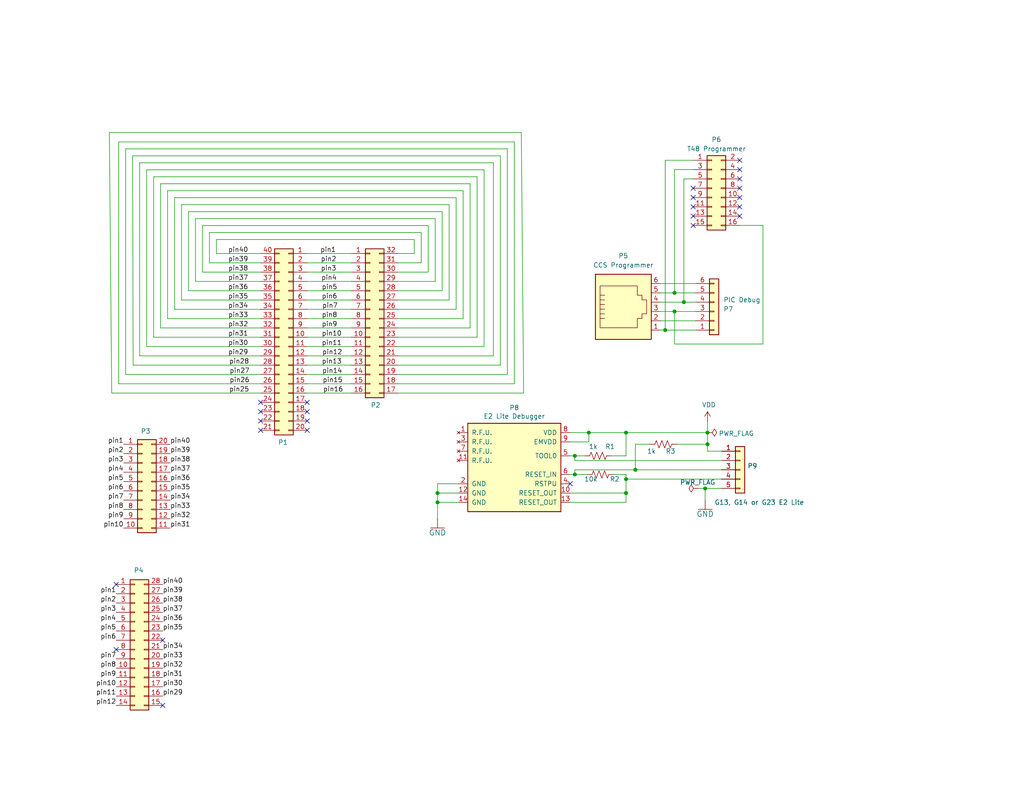
<source format=kicad_sch>
(kicad_sch (version 20231120) (generator "eeschema") (generator_version "8.0")
  (paper "A")
  (title_block (date "2024-11-23"))
  (lib_symbols
    (symbol "Connector:RJ12" (pin_names (offset 1.016))
      (property "Reference" "J" (at -5.08 11.43 0))
      (property "Value" "RJ12" (at 2.54 11.43 0))
      (symbol "RJ12_0_1"
        (polyline (pts (xy -6.35 -1.905) (xy -5.08 -1.905) (xy -5.08 -1.905)))
        (polyline (pts (xy -6.35 -0.635) (xy -5.08 -0.635) (xy -5.08 -0.635)))
        (polyline (pts (xy -6.35 0.635) (xy -5.08 0.635) (xy -5.08 0.635)))
        (polyline (pts (xy -6.35 1.905) (xy -5.08 1.905) (xy -5.08 1.905)))
        (polyline (pts (xy -6.35 3.175) (xy -5.08 3.175) (xy -5.08 3.175)))
        (polyline (pts (xy -5.08 4.445) (xy -6.35 4.445) (xy -6.35 4.445)))
        (polyline (pts (xy -6.35 -4.445) (xy -6.35 6.985) (xy 3.81 6.985) (xy 3.81 4.445) (xy 5.08 4.445) (xy 5.08 3.175) (xy 6.35 3.175) (xy 6.35 -0.635) (xy 5.08 -0.635) (xy 5.08 -1.905) (xy 3.81 -1.905) (xy 3.81 -4.445) (xy -6.35 -4.445) (xy -6.35 -4.445)))
        (rectangle (start 7.62 10.16) (end -7.62 -7.62) (stroke (width 0.254)) (fill (type background)))
      )
      (symbol "RJ12_1_1"
        (pin passive line (at 10.16 -5.08 180) (length 2.54) (name "~") (number "1"))
        (pin passive line (at 10.16 -2.54 180) (length 2.54) (name "~") (number "2"))
        (pin passive line (at 10.16 0 180) (length 2.54) (name "~") (number "3"))
        (pin passive line (at 10.16 2.54 180) (length 2.54) (name "~") (number "4"))
        (pin passive line (at 10.16 5.08 180) (length 2.54) (name "~") (number "5"))
        (pin passive line (at 10.16 7.62 180) (length 2.54) (name "~") (number "6"))
      )
    )
    (symbol "Connector_Generic:Conn_01x05" (pin_names (offset 1.016) hide)
      (property "Reference" "J" (at 0 7.62 0))
      (property "Value" "Conn_01x05" (at 0 -7.62 0))
      (symbol "Conn_01x05_1_1"
        (rectangle (start -1.27 -4.953) (end 0 -5.207) (stroke (width 0.1524)))
        (rectangle (start -1.27 -2.413) (end 0 -2.667) (stroke (width 0.1524)))
        (rectangle (start -1.27 0.127) (end 0 -0.127) (stroke (width 0.1524)))
        (rectangle (start -1.27 2.667) (end 0 2.413) (stroke (width 0.1524)))
        (rectangle (start -1.27 5.207) (end 0 4.953) (stroke (width 0.1524)))
        (rectangle (start -1.27 6.35) (end 1.27 -6.35) (stroke (width 0.254)) (fill (type background)))
        (pin passive line (at -5.08 5.08 0) (length 3.81) (name "Pin_1") (number "1"))
        (pin passive line (at -5.08 2.54 0) (length 3.81) (name "Pin_2") (number "2"))
        (pin passive line (at -5.08 0 0) (length 3.81) (name "Pin_3") (number "3"))
        (pin passive line (at -5.08 -2.54 0) (length 3.81) (name "Pin_4") (number "4"))
        (pin passive line (at -5.08 -5.08 0) (length 3.81) (name "Pin_5") (number "5"))
      )
    )
    (symbol "Connector_Generic:Conn_01x06" (pin_names (offset 1.016) hide)
      (property "Reference" "J" (at 0 7.62 0))
      (property "Value" "Conn_01x06" (at 0 -10.16 0))
      (symbol "Conn_01x06_1_1"
        (rectangle (start -1.27 -7.493) (end 0 -7.747) (stroke (width 0.1524)))
        (rectangle (start -1.27 -4.953) (end 0 -5.207) (stroke (width 0.1524)))
        (rectangle (start -1.27 -2.413) (end 0 -2.667) (stroke (width 0.1524)))
        (rectangle (start -1.27 0.127) (end 0 -0.127) (stroke (width 0.1524)))
        (rectangle (start -1.27 2.667) (end 0 2.413) (stroke (width 0.1524)))
        (rectangle (start -1.27 5.207) (end 0 4.953) (stroke (width 0.1524)))
        (rectangle (start -1.27 6.35) (end 1.27 -8.89) (stroke (width 0.254)) (fill (type background)))
        (pin passive line (at -5.08 5.08 0) (length 3.81) (name "Pin_1") (number "1"))
        (pin passive line (at -5.08 2.54 0) (length 3.81) (name "Pin_2") (number "2"))
        (pin passive line (at -5.08 0 0) (length 3.81) (name "Pin_3") (number "3"))
        (pin passive line (at -5.08 -2.54 0) (length 3.81) (name "Pin_4") (number "4"))
        (pin passive line (at -5.08 -5.08 0) (length 3.81) (name "Pin_5") (number "5"))
        (pin passive line (at -5.08 -7.62 0) (length 3.81) (name "Pin_6") (number "6"))
      )
    )
    (symbol "Connector_Generic:Conn_02x08_Odd_Even" (pin_names (offset 1.016) hide)
      (property "Reference" "J" (at 1.27 10.16 0))
      (property "Value" "Conn_02x08_Odd_Even" (at 1.27 -12.7 0))
      (symbol "Conn_02x08_Odd_Even_1_1"
        (rectangle (start -1.27 -10.033) (end 0 -10.287) (stroke (width 0.1524)))
        (rectangle (start -1.27 -7.493) (end 0 -7.747) (stroke (width 0.1524)))
        (rectangle (start -1.27 -4.953) (end 0 -5.207) (stroke (width 0.1524)))
        (rectangle (start -1.27 -2.413) (end 0 -2.667) (stroke (width 0.1524)))
        (rectangle (start -1.27 0.127) (end 0 -0.127) (stroke (width 0.1524)))
        (rectangle (start -1.27 2.667) (end 0 2.413) (stroke (width 0.1524)))
        (rectangle (start -1.27 5.207) (end 0 4.953) (stroke (width 0.1524)))
        (rectangle (start -1.27 7.747) (end 0 7.493) (stroke (width 0.1524)))
        (rectangle (start -1.27 8.89) (end 3.81 -11.43) (stroke (width 0.254)) (fill (type background)))
        (rectangle (start 3.81 -10.033) (end 2.54 -10.287) (stroke (width 0.1524)))
        (rectangle (start 3.81 -7.493) (end 2.54 -7.747) (stroke (width 0.1524)))
        (rectangle (start 3.81 -4.953) (end 2.54 -5.207) (stroke (width 0.1524)))
        (rectangle (start 3.81 -2.413) (end 2.54 -2.667) (stroke (width 0.1524)))
        (rectangle (start 3.81 0.127) (end 2.54 -0.127) (stroke (width 0.1524)))
        (rectangle (start 3.81 2.667) (end 2.54 2.413) (stroke (width 0.1524)))
        (rectangle (start 3.81 5.207) (end 2.54 4.953) (stroke (width 0.1524)))
        (rectangle (start 3.81 7.747) (end 2.54 7.493) (stroke (width 0.1524)))
        (pin passive line (at -5.08 7.62 0) (length 3.81) (name "Pin_1") (number "1"))
        (pin passive line (at 7.62 -2.54 180) (length 3.81) (name "Pin_10") (number "10"))
        (pin passive line (at -5.08 -5.08 0) (length 3.81) (name "Pin_11") (number "11"))
        (pin passive line (at 7.62 -5.08 180) (length 3.81) (name "Pin_12") (number "12"))
        (pin passive line (at -5.08 -7.62 0) (length 3.81) (name "Pin_13") (number "13"))
        (pin passive line (at 7.62 -7.62 180) (length 3.81) (name "Pin_14") (number "14"))
        (pin passive line (at -5.08 -10.16 0) (length 3.81) (name "Pin_15") (number "15"))
        (pin passive line (at 7.62 -10.16 180) (length 3.81) (name "Pin_16") (number "16"))
        (pin passive line (at 7.62 7.62 180) (length 3.81) (name "Pin_2") (number "2"))
        (pin passive line (at -5.08 5.08 0) (length 3.81) (name "Pin_3") (number "3"))
        (pin passive line (at 7.62 5.08 180) (length 3.81) (name "Pin_4") (number "4"))
        (pin passive line (at -5.08 2.54 0) (length 3.81) (name "Pin_5") (number "5"))
        (pin passive line (at 7.62 2.54 180) (length 3.81) (name "Pin_6") (number "6"))
        (pin passive line (at -5.08 0 0) (length 3.81) (name "Pin_7") (number "7"))
        (pin passive line (at 7.62 0 180) (length 3.81) (name "Pin_8") (number "8"))
        (pin passive line (at -5.08 -2.54 0) (length 3.81) (name "Pin_9") (number "9"))
      )
    )
    (symbol "Connector_Generic:Conn_02x10_Counter_Clockwise" (pin_names (offset 1.016) hide)
      (property "Reference" "J" (at 1.27 12.7 0))
      (property "Value" "Conn_02x10_Counter_Clockwise" (at 1.27 -15.24 0))
      (symbol "Conn_02x10_Counter_Clockwise_1_1"
        (rectangle (start -1.27 -12.573) (end 0 -12.827) (stroke (width 0.1524)))
        (rectangle (start -1.27 -10.033) (end 0 -10.287) (stroke (width 0.1524)))
        (rectangle (start -1.27 -7.493) (end 0 -7.747) (stroke (width 0.1524)))
        (rectangle (start -1.27 -4.953) (end 0 -5.207) (stroke (width 0.1524)))
        (rectangle (start -1.27 -2.413) (end 0 -2.667) (stroke (width 0.1524)))
        (rectangle (start -1.27 0.127) (end 0 -0.127) (stroke (width 0.1524)))
        (rectangle (start -1.27 2.667) (end 0 2.413) (stroke (width 0.1524)))
        (rectangle (start -1.27 5.207) (end 0 4.953) (stroke (width 0.1524)))
        (rectangle (start -1.27 7.747) (end 0 7.493) (stroke (width 0.1524)))
        (rectangle (start -1.27 10.287) (end 0 10.033) (stroke (width 0.1524)))
        (rectangle (start -1.27 11.43) (end 3.81 -13.97) (stroke (width 0.254)) (fill (type background)))
        (rectangle (start 3.81 -12.573) (end 2.54 -12.827) (stroke (width 0.1524)))
        (rectangle (start 3.81 -10.033) (end 2.54 -10.287) (stroke (width 0.1524)))
        (rectangle (start 3.81 -7.493) (end 2.54 -7.747) (stroke (width 0.1524)))
        (rectangle (start 3.81 -4.953) (end 2.54 -5.207) (stroke (width 0.1524)))
        (rectangle (start 3.81 -2.413) (end 2.54 -2.667) (stroke (width 0.1524)))
        (rectangle (start 3.81 0.127) (end 2.54 -0.127) (stroke (width 0.1524)))
        (rectangle (start 3.81 2.667) (end 2.54 2.413) (stroke (width 0.1524)))
        (rectangle (start 3.81 5.207) (end 2.54 4.953) (stroke (width 0.1524)))
        (rectangle (start 3.81 7.747) (end 2.54 7.493) (stroke (width 0.1524)))
        (rectangle (start 3.81 10.287) (end 2.54 10.033) (stroke (width 0.1524)))
        (pin passive line (at -5.08 10.16 0) (length 3.81) (name "Pin_1") (number "1"))
        (pin passive line (at -5.08 -12.7 0) (length 3.81) (name "Pin_10") (number "10"))
        (pin passive line (at 7.62 -12.7 180) (length 3.81) (name "Pin_11") (number "11"))
        (pin passive line (at 7.62 -10.16 180) (length 3.81) (name "Pin_12") (number "12"))
        (pin passive line (at 7.62 -7.62 180) (length 3.81) (name "Pin_13") (number "13"))
        (pin passive line (at 7.62 -5.08 180) (length 3.81) (name "Pin_14") (number "14"))
        (pin passive line (at 7.62 -2.54 180) (length 3.81) (name "Pin_15") (number "15"))
        (pin passive line (at 7.62 0 180) (length 3.81) (name "Pin_16") (number "16"))
        (pin passive line (at 7.62 2.54 180) (length 3.81) (name "Pin_17") (number "17"))
        (pin passive line (at 7.62 5.08 180) (length 3.81) (name "Pin_18") (number "18"))
        (pin passive line (at 7.62 7.62 180) (length 3.81) (name "Pin_19") (number "19"))
        (pin passive line (at -5.08 7.62 0) (length 3.81) (name "Pin_2") (number "2"))
        (pin passive line (at 7.62 10.16 180) (length 3.81) (name "Pin_20") (number "20"))
        (pin passive line (at -5.08 5.08 0) (length 3.81) (name "Pin_3") (number "3"))
        (pin passive line (at -5.08 2.54 0) (length 3.81) (name "Pin_4") (number "4"))
        (pin passive line (at -5.08 0 0) (length 3.81) (name "Pin_5") (number "5"))
        (pin passive line (at -5.08 -2.54 0) (length 3.81) (name "Pin_6") (number "6"))
        (pin passive line (at -5.08 -5.08 0) (length 3.81) (name "Pin_7") (number "7"))
        (pin passive line (at -5.08 -7.62 0) (length 3.81) (name "Pin_8") (number "8"))
        (pin passive line (at -5.08 -10.16 0) (length 3.81) (name "Pin_9") (number "9"))
      )
    )
    (symbol "Connector_Generic:Conn_02x14_Counter_Clockwise" (pin_names (offset 1.016) hide)
      (property "Reference" "J" (at 1.27 17.78 0))
      (property "Value" "Conn_02x14_Counter_Clockwise" (at 1.27 -20.32 0))
      (symbol "Conn_02x14_Counter_Clockwise_1_1"
        (rectangle (start -1.27 -17.653) (end 0 -17.907) (stroke (width 0.1524)))
        (rectangle (start -1.27 -15.113) (end 0 -15.367) (stroke (width 0.1524)))
        (rectangle (start -1.27 -12.573) (end 0 -12.827) (stroke (width 0.1524)))
        (rectangle (start -1.27 -10.033) (end 0 -10.287) (stroke (width 0.1524)))
        (rectangle (start -1.27 -7.493) (end 0 -7.747) (stroke (width 0.1524)))
        (rectangle (start -1.27 -4.953) (end 0 -5.207) (stroke (width 0.1524)))
        (rectangle (start -1.27 -2.413) (end 0 -2.667) (stroke (width 0.1524)))
        (rectangle (start -1.27 0.127) (end 0 -0.127) (stroke (width 0.1524)))
        (rectangle (start -1.27 2.667) (end 0 2.413) (stroke (width 0.1524)))
        (rectangle (start -1.27 5.207) (end 0 4.953) (stroke (width 0.1524)))
        (rectangle (start -1.27 7.747) (end 0 7.493) (stroke (width 0.1524)))
        (rectangle (start -1.27 10.287) (end 0 10.033) (stroke (width 0.1524)))
        (rectangle (start -1.27 12.827) (end 0 12.573) (stroke (width 0.1524)))
        (rectangle (start -1.27 15.367) (end 0 15.113) (stroke (width 0.1524)))
        (rectangle (start -1.27 16.51) (end 3.81 -19.05) (stroke (width 0.254)) (fill (type background)))
        (rectangle (start 3.81 -17.653) (end 2.54 -17.907) (stroke (width 0.1524)))
        (rectangle (start 3.81 -15.113) (end 2.54 -15.367) (stroke (width 0.1524)))
        (rectangle (start 3.81 -12.573) (end 2.54 -12.827) (stroke (width 0.1524)))
        (rectangle (start 3.81 -10.033) (end 2.54 -10.287) (stroke (width 0.1524)))
        (rectangle (start 3.81 -7.493) (end 2.54 -7.747) (stroke (width 0.1524)))
        (rectangle (start 3.81 -4.953) (end 2.54 -5.207) (stroke (width 0.1524)))
        (rectangle (start 3.81 -2.413) (end 2.54 -2.667) (stroke (width 0.1524)))
        (rectangle (start 3.81 0.127) (end 2.54 -0.127) (stroke (width 0.1524)))
        (rectangle (start 3.81 2.667) (end 2.54 2.413) (stroke (width 0.1524)))
        (rectangle (start 3.81 5.207) (end 2.54 4.953) (stroke (width 0.1524)))
        (rectangle (start 3.81 7.747) (end 2.54 7.493) (stroke (width 0.1524)))
        (rectangle (start 3.81 10.287) (end 2.54 10.033) (stroke (width 0.1524)))
        (rectangle (start 3.81 12.827) (end 2.54 12.573) (stroke (width 0.1524)))
        (rectangle (start 3.81 15.367) (end 2.54 15.113) (stroke (width 0.1524)))
        (pin passive line (at -5.08 15.24 0) (length 3.81) (name "Pin_1") (number "1"))
        (pin passive line (at -5.08 -7.62 0) (length 3.81) (name "Pin_10") (number "10"))
        (pin passive line (at -5.08 -10.16 0) (length 3.81) (name "Pin_11") (number "11"))
        (pin passive line (at -5.08 -12.7 0) (length 3.81) (name "Pin_12") (number "12"))
        (pin passive line (at -5.08 -15.24 0) (length 3.81) (name "Pin_13") (number "13"))
        (pin passive line (at -5.08 -17.78 0) (length 3.81) (name "Pin_14") (number "14"))
        (pin passive line (at 7.62 -17.78 180) (length 3.81) (name "Pin_15") (number "15"))
        (pin passive line (at 7.62 -15.24 180) (length 3.81) (name "Pin_16") (number "16"))
        (pin passive line (at 7.62 -12.7 180) (length 3.81) (name "Pin_17") (number "17"))
        (pin passive line (at 7.62 -10.16 180) (length 3.81) (name "Pin_18") (number "18"))
        (pin passive line (at 7.62 -7.62 180) (length 3.81) (name "Pin_19") (number "19"))
        (pin passive line (at -5.08 12.7 0) (length 3.81) (name "Pin_2") (number "2"))
        (pin passive line (at 7.62 -5.08 180) (length 3.81) (name "Pin_20") (number "20"))
        (pin passive line (at 7.62 -2.54 180) (length 3.81) (name "Pin_21") (number "21"))
        (pin passive line (at 7.62 0 180) (length 3.81) (name "Pin_22") (number "22"))
        (pin passive line (at 7.62 2.54 180) (length 3.81) (name "Pin_23") (number "23"))
        (pin passive line (at 7.62 5.08 180) (length 3.81) (name "Pin_24") (number "24"))
        (pin passive line (at 7.62 7.62 180) (length 3.81) (name "Pin_25") (number "25"))
        (pin passive line (at 7.62 10.16 180) (length 3.81) (name "Pin_26") (number "26"))
        (pin passive line (at 7.62 12.7 180) (length 3.81) (name "Pin_27") (number "27"))
        (pin passive line (at 7.62 15.24 180) (length 3.81) (name "Pin_28") (number "28"))
        (pin passive line (at -5.08 10.16 0) (length 3.81) (name "Pin_3") (number "3"))
        (pin passive line (at -5.08 7.62 0) (length 3.81) (name "Pin_4") (number "4"))
        (pin passive line (at -5.08 5.08 0) (length 3.81) (name "Pin_5") (number "5"))
        (pin passive line (at -5.08 2.54 0) (length 3.81) (name "Pin_6") (number "6"))
        (pin passive line (at -5.08 0 0) (length 3.81) (name "Pin_7") (number "7"))
        (pin passive line (at -5.08 -2.54 0) (length 3.81) (name "Pin_8") (number "8"))
        (pin passive line (at -5.08 -5.08 0) (length 3.81) (name "Pin_9") (number "9"))
      )
    )
    (symbol "Connector_Generic:Conn_02x16_Counter_Clockwise" (pin_names (offset 1.016) hide)
      (property "Reference" "J" (at 1.27 20.32 0))
      (property "Value" "Conn_02x16_Counter_Clockwise" (at 1.27 -22.86 0))
      (symbol "Conn_02x16_Counter_Clockwise_1_1"
        (rectangle (start -1.27 -20.193) (end 0 -20.447) (stroke (width 0.1524)))
        (rectangle (start -1.27 -17.653) (end 0 -17.907) (stroke (width 0.1524)))
        (rectangle (start -1.27 -15.113) (end 0 -15.367) (stroke (width 0.1524)))
        (rectangle (start -1.27 -12.573) (end 0 -12.827) (stroke (width 0.1524)))
        (rectangle (start -1.27 -10.033) (end 0 -10.287) (stroke (width 0.1524)))
        (rectangle (start -1.27 -7.493) (end 0 -7.747) (stroke (width 0.1524)))
        (rectangle (start -1.27 -4.953) (end 0 -5.207) (stroke (width 0.1524)))
        (rectangle (start -1.27 -2.413) (end 0 -2.667) (stroke (width 0.1524)))
        (rectangle (start -1.27 0.127) (end 0 -0.127) (stroke (width 0.1524)))
        (rectangle (start -1.27 2.667) (end 0 2.413) (stroke (width 0.1524)))
        (rectangle (start -1.27 5.207) (end 0 4.953) (stroke (width 0.1524)))
        (rectangle (start -1.27 7.747) (end 0 7.493) (stroke (width 0.1524)))
        (rectangle (start -1.27 10.287) (end 0 10.033) (stroke (width 0.1524)))
        (rectangle (start -1.27 12.827) (end 0 12.573) (stroke (width 0.1524)))
        (rectangle (start -1.27 15.367) (end 0 15.113) (stroke (width 0.1524)))
        (rectangle (start -1.27 17.907) (end 0 17.653) (stroke (width 0.1524)))
        (rectangle (start -1.27 19.05) (end 3.81 -21.59) (stroke (width 0.254)) (fill (type background)))
        (rectangle (start 3.81 -20.193) (end 2.54 -20.447) (stroke (width 0.1524)))
        (rectangle (start 3.81 -17.653) (end 2.54 -17.907) (stroke (width 0.1524)))
        (rectangle (start 3.81 -15.113) (end 2.54 -15.367) (stroke (width 0.1524)))
        (rectangle (start 3.81 -12.573) (end 2.54 -12.827) (stroke (width 0.1524)))
        (rectangle (start 3.81 -10.033) (end 2.54 -10.287) (stroke (width 0.1524)))
        (rectangle (start 3.81 -7.493) (end 2.54 -7.747) (stroke (width 0.1524)))
        (rectangle (start 3.81 -4.953) (end 2.54 -5.207) (stroke (width 0.1524)))
        (rectangle (start 3.81 -2.413) (end 2.54 -2.667) (stroke (width 0.1524)))
        (rectangle (start 3.81 0.127) (end 2.54 -0.127) (stroke (width 0.1524)))
        (rectangle (start 3.81 2.667) (end 2.54 2.413) (stroke (width 0.1524)))
        (rectangle (start 3.81 5.207) (end 2.54 4.953) (stroke (width 0.1524)))
        (rectangle (start 3.81 7.747) (end 2.54 7.493) (stroke (width 0.1524)))
        (rectangle (start 3.81 10.287) (end 2.54 10.033) (stroke (width 0.1524)))
        (rectangle (start 3.81 12.827) (end 2.54 12.573) (stroke (width 0.1524)))
        (rectangle (start 3.81 15.367) (end 2.54 15.113) (stroke (width 0.1524)))
        (rectangle (start 3.81 17.907) (end 2.54 17.653) (stroke (width 0.1524)))
        (pin passive line (at -5.08 17.78 0) (length 3.81) (name "Pin_1") (number "1"))
        (pin passive line (at -5.08 -5.08 0) (length 3.81) (name "Pin_10") (number "10"))
        (pin passive line (at -5.08 -7.62 0) (length 3.81) (name "Pin_11") (number "11"))
        (pin passive line (at -5.08 -10.16 0) (length 3.81) (name "Pin_12") (number "12"))
        (pin passive line (at -5.08 -12.7 0) (length 3.81) (name "Pin_13") (number "13"))
        (pin passive line (at -5.08 -15.24 0) (length 3.81) (name "Pin_14") (number "14"))
        (pin passive line (at -5.08 -17.78 0) (length 3.81) (name "Pin_15") (number "15"))
        (pin passive line (at -5.08 -20.32 0) (length 3.81) (name "Pin_16") (number "16"))
        (pin passive line (at 7.62 -20.32 180) (length 3.81) (name "Pin_17") (number "17"))
        (pin passive line (at 7.62 -17.78 180) (length 3.81) (name "Pin_18") (number "18"))
        (pin passive line (at 7.62 -15.24 180) (length 3.81) (name "Pin_19") (number "19"))
        (pin passive line (at -5.08 15.24 0) (length 3.81) (name "Pin_2") (number "2"))
        (pin passive line (at 7.62 -12.7 180) (length 3.81) (name "Pin_20") (number "20"))
        (pin passive line (at 7.62 -10.16 180) (length 3.81) (name "Pin_21") (number "21"))
        (pin passive line (at 7.62 -7.62 180) (length 3.81) (name "Pin_22") (number "22"))
        (pin passive line (at 7.62 -5.08 180) (length 3.81) (name "Pin_23") (number "23"))
        (pin passive line (at 7.62 -2.54 180) (length 3.81) (name "Pin_24") (number "24"))
        (pin passive line (at 7.62 0 180) (length 3.81) (name "Pin_25") (number "25"))
        (pin passive line (at 7.62 2.54 180) (length 3.81) (name "Pin_26") (number "26"))
        (pin passive line (at 7.62 5.08 180) (length 3.81) (name "Pin_27") (number "27"))
        (pin passive line (at 7.62 7.62 180) (length 3.81) (name "Pin_28") (number "28"))
        (pin passive line (at 7.62 10.16 180) (length 3.81) (name "Pin_29") (number "29"))
        (pin passive line (at -5.08 12.7 0) (length 3.81) (name "Pin_3") (number "3"))
        (pin passive line (at 7.62 12.7 180) (length 3.81) (name "Pin_30") (number "30"))
        (pin passive line (at 7.62 15.24 180) (length 3.81) (name "Pin_31") (number "31"))
        (pin passive line (at 7.62 17.78 180) (length 3.81) (name "Pin_32") (number "32"))
        (pin passive line (at -5.08 10.16 0) (length 3.81) (name "Pin_4") (number "4"))
        (pin passive line (at -5.08 7.62 0) (length 3.81) (name "Pin_5") (number "5"))
        (pin passive line (at -5.08 5.08 0) (length 3.81) (name "Pin_6") (number "6"))
        (pin passive line (at -5.08 2.54 0) (length 3.81) (name "Pin_7") (number "7"))
        (pin passive line (at -5.08 0 0) (length 3.81) (name "Pin_8") (number "8"))
        (pin passive line (at -5.08 -2.54 0) (length 3.81) (name "Pin_9") (number "9"))
      )
    )
    (symbol "Connector_Generic:Conn_02x20_Counter_Clockwise" (pin_names (offset 1.016) hide)
      (property "Reference" "J" (at 1.27 25.4 0))
      (property "Value" "Conn_02x20_Counter_Clockwise" (at 1.27 -27.94 0))
      (symbol "Conn_02x20_Counter_Clockwise_1_1"
        (rectangle (start -1.27 -25.273) (end 0 -25.527) (stroke (width 0.1524)))
        (rectangle (start -1.27 -22.733) (end 0 -22.987) (stroke (width 0.1524)))
        (rectangle (start -1.27 -20.193) (end 0 -20.447) (stroke (width 0.1524)))
        (rectangle (start -1.27 -17.653) (end 0 -17.907) (stroke (width 0.1524)))
        (rectangle (start -1.27 -15.113) (end 0 -15.367) (stroke (width 0.1524)))
        (rectangle (start -1.27 -12.573) (end 0 -12.827) (stroke (width 0.1524)))
        (rectangle (start -1.27 -10.033) (end 0 -10.287) (stroke (width 0.1524)))
        (rectangle (start -1.27 -7.493) (end 0 -7.747) (stroke (width 0.1524)))
        (rectangle (start -1.27 -4.953) (end 0 -5.207) (stroke (width 0.1524)))
        (rectangle (start -1.27 -2.413) (end 0 -2.667) (stroke (width 0.1524)))
        (rectangle (start -1.27 0.127) (end 0 -0.127) (stroke (width 0.1524)))
        (rectangle (start -1.27 2.667) (end 0 2.413) (stroke (width 0.1524)))
        (rectangle (start -1.27 5.207) (end 0 4.953) (stroke (width 0.1524)))
        (rectangle (start -1.27 7.747) (end 0 7.493) (stroke (width 0.1524)))
        (rectangle (start -1.27 10.287) (end 0 10.033) (stroke (width 0.1524)))
        (rectangle (start -1.27 12.827) (end 0 12.573) (stroke (width 0.1524)))
        (rectangle (start -1.27 15.367) (end 0 15.113) (stroke (width 0.1524)))
        (rectangle (start -1.27 17.907) (end 0 17.653) (stroke (width 0.1524)))
        (rectangle (start -1.27 20.447) (end 0 20.193) (stroke (width 0.1524)))
        (rectangle (start -1.27 22.987) (end 0 22.733) (stroke (width 0.1524)))
        (rectangle (start -1.27 24.13) (end 3.81 -26.67) (stroke (width 0.254)) (fill (type background)))
        (rectangle (start 3.81 -25.273) (end 2.54 -25.527) (stroke (width 0.1524)))
        (rectangle (start 3.81 -22.733) (end 2.54 -22.987) (stroke (width 0.1524)))
        (rectangle (start 3.81 -20.193) (end 2.54 -20.447) (stroke (width 0.1524)))
        (rectangle (start 3.81 -17.653) (end 2.54 -17.907) (stroke (width 0.1524)))
        (rectangle (start 3.81 -15.113) (end 2.54 -15.367) (stroke (width 0.1524)))
        (rectangle (start 3.81 -12.573) (end 2.54 -12.827) (stroke (width 0.1524)))
        (rectangle (start 3.81 -10.033) (end 2.54 -10.287) (stroke (width 0.1524)))
        (rectangle (start 3.81 -7.493) (end 2.54 -7.747) (stroke (width 0.1524)))
        (rectangle (start 3.81 -4.953) (end 2.54 -5.207) (stroke (width 0.1524)))
        (rectangle (start 3.81 -2.413) (end 2.54 -2.667) (stroke (width 0.1524)))
        (rectangle (start 3.81 0.127) (end 2.54 -0.127) (stroke (width 0.1524)))
        (rectangle (start 3.81 2.667) (end 2.54 2.413) (stroke (width 0.1524)))
        (rectangle (start 3.81 5.207) (end 2.54 4.953) (stroke (width 0.1524)))
        (rectangle (start 3.81 7.747) (end 2.54 7.493) (stroke (width 0.1524)))
        (rectangle (start 3.81 10.287) (end 2.54 10.033) (stroke (width 0.1524)))
        (rectangle (start 3.81 12.827) (end 2.54 12.573) (stroke (width 0.1524)))
        (rectangle (start 3.81 15.367) (end 2.54 15.113) (stroke (width 0.1524)))
        (rectangle (start 3.81 17.907) (end 2.54 17.653) (stroke (width 0.1524)))
        (rectangle (start 3.81 20.447) (end 2.54 20.193) (stroke (width 0.1524)))
        (rectangle (start 3.81 22.987) (end 2.54 22.733) (stroke (width 0.1524)))
        (pin passive line (at -5.08 22.86 0) (length 3.81) (name "Pin_1") (number "1"))
        (pin passive line (at -5.08 0 0) (length 3.81) (name "Pin_10") (number "10"))
        (pin passive line (at -5.08 -2.54 0) (length 3.81) (name "Pin_11") (number "11"))
        (pin passive line (at -5.08 -5.08 0) (length 3.81) (name "Pin_12") (number "12"))
        (pin passive line (at -5.08 -7.62 0) (length 3.81) (name "Pin_13") (number "13"))
        (pin passive line (at -5.08 -10.16 0) (length 3.81) (name "Pin_14") (number "14"))
        (pin passive line (at -5.08 -12.7 0) (length 3.81) (name "Pin_15") (number "15"))
        (pin passive line (at -5.08 -15.24 0) (length 3.81) (name "Pin_16") (number "16"))
        (pin passive line (at -5.08 -17.78 0) (length 3.81) (name "Pin_17") (number "17"))
        (pin passive line (at -5.08 -20.32 0) (length 3.81) (name "Pin_18") (number "18"))
        (pin passive line (at -5.08 -22.86 0) (length 3.81) (name "Pin_19") (number "19"))
        (pin passive line (at -5.08 20.32 0) (length 3.81) (name "Pin_2") (number "2"))
        (pin passive line (at -5.08 -25.4 0) (length 3.81) (name "Pin_20") (number "20"))
        (pin passive line (at 7.62 -25.4 180) (length 3.81) (name "Pin_21") (number "21"))
        (pin passive line (at 7.62 -22.86 180) (length 3.81) (name "Pin_22") (number "22"))
        (pin passive line (at 7.62 -20.32 180) (length 3.81) (name "Pin_23") (number "23"))
        (pin passive line (at 7.62 -17.78 180) (length 3.81) (name "Pin_24") (number "24"))
        (pin passive line (at 7.62 -15.24 180) (length 3.81) (name "Pin_25") (number "25"))
        (pin passive line (at 7.62 -12.7 180) (length 3.81) (name "Pin_26") (number "26"))
        (pin passive line (at 7.62 -10.16 180) (length 3.81) (name "Pin_27") (number "27"))
        (pin passive line (at 7.62 -7.62 180) (length 3.81) (name "Pin_28") (number "28"))
        (pin passive line (at 7.62 -5.08 180) (length 3.81) (name "Pin_29") (number "29"))
        (pin passive line (at -5.08 17.78 0) (length 3.81) (name "Pin_3") (number "3"))
        (pin passive line (at 7.62 -2.54 180) (length 3.81) (name "Pin_30") (number "30"))
        (pin passive line (at 7.62 0 180) (length 3.81) (name "Pin_31") (number "31"))
        (pin passive line (at 7.62 2.54 180) (length 3.81) (name "Pin_32") (number "32"))
        (pin passive line (at 7.62 5.08 180) (length 3.81) (name "Pin_33") (number "33"))
        (pin passive line (at 7.62 7.62 180) (length 3.81) (name "Pin_34") (number "34"))
        (pin passive line (at 7.62 10.16 180) (length 3.81) (name "Pin_35") (number "35"))
        (pin passive line (at 7.62 12.7 180) (length 3.81) (name "Pin_36") (number "36"))
        (pin passive line (at 7.62 15.24 180) (length 3.81) (name "Pin_37") (number "37"))
        (pin passive line (at 7.62 17.78 180) (length 3.81) (name "Pin_38") (number "38"))
        (pin passive line (at 7.62 20.32 180) (length 3.81) (name "Pin_39") (number "39"))
        (pin passive line (at -5.08 15.24 0) (length 3.81) (name "Pin_4") (number "4"))
        (pin passive line (at 7.62 22.86 180) (length 3.81) (name "Pin_40") (number "40"))
        (pin passive line (at -5.08 12.7 0) (length 3.81) (name "Pin_5") (number "5"))
        (pin passive line (at -5.08 10.16 0) (length 3.81) (name "Pin_6") (number "6"))
        (pin passive line (at -5.08 7.62 0) (length 3.81) (name "Pin_7") (number "7"))
        (pin passive line (at -5.08 5.08 0) (length 3.81) (name "Pin_8") (number "8"))
        (pin passive line (at -5.08 2.54 0) (length 3.81) (name "Pin_9") (number "9"))
      )
    )
    (symbol "Device:R_US" (pin_numbers hide) (pin_names (offset 0))
      (property "Reference" "R" (at 2.54 0 90))
      (property "Value" "R_US" (at -2.54 0 90))
      (symbol "R_US_0_1"
        (polyline (pts (xy 0 -2.286) (xy 0 -2.54)))
        (polyline (pts (xy 0 2.286) (xy 0 2.54)))
        (polyline (pts (xy 0 -0.762) (xy 1.016 -1.143) (xy 0 -1.524) (xy -1.016 -1.905) (xy 0 -2.286)))
        (polyline (pts (xy 0 0.762) (xy 1.016 0.381) (xy 0 0) (xy -1.016 -0.381) (xy 0 -0.762)))
        (polyline (pts (xy 0 2.286) (xy 1.016 1.905) (xy 0 1.524) (xy -1.016 1.143) (xy 0 0.762)))
      )
      (symbol "R_US_1_1"
        (pin passive line (at 0 3.81 270) (length 1.27) (name "~") (number "1"))
        (pin passive line (at 0 -3.81 90) (length 1.27) (name "~") (number "2"))
      )
    )
    (symbol "catu:E2Lite" (pin_names (offset 1.016))
      (property "Reference" "P" (at 3.81 13.97 0))
      (property "Value" "E2Lite" (at -5.08 12.7 0))
      (symbol "E2Lite_0_1"
        (rectangle (start -11.43 11.43) (end 13.97 -12.7) (stroke (width 0.254)) (fill (type background)))
      )
      (symbol "E2Lite_1_1"
        (pin no_connect line (at 16.51 8.89 180) (length 2.54) (name "R.F.U.") (number "1"))
        (pin input line (at -13.97 -7.62 0) (length 2.54) (name "RESET_OUT") (number "10"))
        (pin no_connect line (at 16.51 1.27 180) (length 2.54) (name "R.F.U.") (number "11"))
        (pin power_in line (at 16.51 -7.62 180) (length 2.54) (name "GND") (number "12"))
        (pin input line (at -13.97 -10.16 0) (length 2.54) (name "RESET_OUT") (number "13"))
        (pin power_in line (at 16.51 -10.16 180) (length 2.54) (name "GND") (number "14"))
        (pin power_in line (at 16.51 -5.08 180) (length 2.54) (name "GND") (number "2"))
        (pin no_connect line (at 16.51 6.35 180) (length 2.54) (name "R.F.U.") (number "3"))
        (pin passive line (at -13.97 -5.08 0) (length 2.54) (name "RSTPU") (number "4"))
        (pin bidirectional line (at -13.97 2.54 0) (length 2.54) (name "TOOL0") (number "5"))
        (pin output line (at -13.97 -2.54 0) (length 2.54) (name "RESET_IN") (number "6"))
        (pin no_connect line (at 16.51 3.81 180) (length 2.54) (name "R.F.U.") (number "7"))
        (pin power_in line (at -13.97 8.89 0) (length 2.54) (name "VDD") (number "8"))
        (pin power_in line (at -13.97 6.35 0) (length 2.54) (name "EMVDD") (number "9"))
      )
    )
    (symbol "catu:GND" (power) (pin_names (offset 1.016))
      (property "Value" "GND" (at -2.54 -2.54 0))
      (symbol "GND_1_0"
        (polyline (pts (xy -1.905 0) (xy 1.905 0)))
        (pin power_in line (at 0 2.54 270) (length 2.54) (name "GND") (number "1"))
      )
    )
    (symbol "power:PWR_FLAG" (power) (pin_numbers hide) (pin_names (offset 0) hide)
      (property "Value" "PWR_FLAG" (at 0 3.81 0))
      (symbol "PWR_FLAG_0_0"
        (pin power_out line (at 0 0 90) (length 0) (name "~") (number "1"))
      )
      (symbol "PWR_FLAG_0_1"
        (polyline (pts (xy 0 0) (xy 0 1.27) (xy -1.016 1.905) (xy 0 2.54) (xy 1.016 1.905) (xy 0 1.27)))
      )
    )
    (symbol "power:VDD" (power) (pin_numbers hide) (pin_names (offset 0) hide)
      (property "Value" "VDD" (at 0 3.556 0))
      (symbol "VDD_0_1"
        (polyline (pts (xy -0.762 1.27) (xy 0 2.54)))
        (polyline (pts (xy 0 0) (xy 0 2.54)))
        (polyline (pts (xy 0 2.54) (xy 0.762 1.27)))
      )
      (symbol "VDD_1_1"
        (pin power_in line (at 0 0 90) (length 0) (name "~") (number "1"))
      )
    )
  )
  (junction (at 170.815 118.11))
  (junction (at 119.38 137.16))
  (junction (at 173.355 128.27))
  (junction (at 170.815 134.62))
  (junction (at 186.5884 82.4992))
  (junction (at 156.845 124.46))
  (junction (at 193.04 118.11))
  (junction (at 184.0484 79.9592))
  (junction (at 119.38 134.62))
  (junction (at 170.815 130.81))
  (junction (at 193.04 121.285))
  (junction (at 184.0484 85.0392))
  (junction (at 156.845 129.54))
  (junction (at 160.655 118.11))
  (junction (at 181.5084 90.1192))
  (junction (at 192.405 133.35))
  (no_connect (at 83.82 109.855))
  (no_connect (at 189.1284 59.0042))
  (no_connect (at 201.8284 46.3042))
  (no_connect (at 155.575 132.08))
  (no_connect (at 71.12 117.475))
  (no_connect (at 44.3992 192.5828))
  (no_connect (at 189.1284 61.5442))
  (no_connect (at 201.8284 56.4642))
  (no_connect (at 71.12 109.855))
  (no_connect (at 189.1284 56.4642))
  (no_connect (at 83.82 114.935))
  (no_connect (at 31.6992 177.3428))
  (no_connect (at 31.6992 159.5628))
  (no_connect (at 83.82 117.475))
  (no_connect (at 201.8284 51.3842))
  (no_connect (at 44.3992 174.8028))
  (no_connect (at 189.1284 53.9242))
  (no_connect (at 71.12 112.395))
  (no_connect (at 201.8284 43.7642))
  (no_connect (at 83.82 112.395))
  (no_connect (at 201.8284 59.0042))
  (no_connect (at 189.1284 51.3842))
  (no_connect (at 201.8284 48.8442))
  (no_connect (at 201.8284 53.9242))
  (no_connect (at 71.12 114.935))
  (wire (pts (xy 40.005 94.615) (xy 71.12 94.615)))
  (wire (pts (xy 193.04 123.19) (xy 196.85 123.19)))
  (wire (pts (xy 192.405 136.525) (xy 192.405 133.35)))
  (wire (pts (xy 57.15 71.755) (xy 57.15 63.5)))
  (wire (pts (xy 32.385 38.735) (xy 32.385 104.775)))
  (wire (pts (xy 43.815 50.165) (xy 43.815 89.535)))
  (wire (pts (xy 181.5084 90.1192) (xy 189.7634 90.1192)))
  (wire (pts (xy 41.91 48.26) (xy 130.175 48.26)))
  (wire (pts (xy 180.2384 85.0392) (xy 184.0484 85.0392)))
  (wire (pts (xy 83.82 89.535) (xy 95.885 89.535)))
  (wire (pts (xy 59.055 69.215) (xy 59.055 65.405)))
  (wire (pts (xy 71.12 102.235) (xy 34.29 102.235)))
  (wire (pts (xy 180.2384 79.9592) (xy 184.0484 79.9592)))
  (wire (pts (xy 156.845 125.73) (xy 196.85 125.73)))
  (wire (pts (xy 125.095 134.62) (xy 119.38 134.62)))
  (wire (pts (xy 170.815 118.11) (xy 193.04 118.11)))
  (wire (pts (xy 36.322 99.695) (xy 71.12 99.695)))
  (wire (pts (xy 83.82 97.155) (xy 95.885 97.155)))
  (wire (pts (xy 71.12 69.215) (xy 59.055 69.215)))
  (wire (pts (xy 71.12 86.995) (xy 45.72 86.995)))
  (wire (pts (xy 55.245 74.295) (xy 71.12 74.295)))
  (wire (pts (xy 45.72 86.995) (xy 45.72 52.07)))
  (wire (pts (xy 113.03 65.405) (xy 113.03 69.215)))
  (wire (pts (xy 120.65 79.375) (xy 120.65 57.785)))
  (wire (pts (xy 177.165 121.285) (xy 173.355 121.285)))
  (wire (pts (xy 108.585 89.535) (xy 128.27 89.535)))
  (wire (pts (xy 108.585 99.695) (xy 136.525 99.695)))
  (wire (pts (xy 180.2384 87.5792) (xy 189.7634 87.5792)))
  (wire (pts (xy 38.1 44.45) (xy 134.62 44.45)))
  (wire (pts (xy 180.2384 82.4992) (xy 186.5884 82.4992)))
  (wire (pts (xy 113.03 69.215) (xy 108.585 69.215)))
  (wire (pts (xy 208.1784 93.9292) (xy 184.0484 93.9292)))
  (wire (pts (xy 83.82 71.755) (xy 95.885 71.755)))
  (wire (pts (xy 71.12 107.315) (xy 30.48 107.315)))
  (wire (pts (xy 108.585 104.775) (xy 140.335 104.775)))
  (wire (pts (xy 125.095 132.08) (xy 119.38 132.08)))
  (wire (pts (xy 41.91 92.075) (xy 41.91 48.26)))
  (wire (pts (xy 83.82 74.295) (xy 95.885 74.295)))
  (wire (pts (xy 186.5884 48.8442) (xy 189.1284 48.8442)))
  (wire (pts (xy 170.815 129.54) (xy 170.815 130.81)))
  (wire (pts (xy 57.15 63.5) (xy 114.935 63.5)))
  (wire (pts (xy 83.82 69.215) (xy 95.885 69.215)))
  (wire (pts (xy 83.82 76.835) (xy 95.885 76.835)))
  (wire (pts (xy 128.27 89.535) (xy 128.27 50.165)))
  (wire (pts (xy 180.2384 90.1192) (xy 181.5084 90.1192)))
  (wire (pts (xy 130.175 48.26) (xy 130.175 92.075)))
  (wire (pts (xy 170.815 129.54) (xy 167.64 129.54)))
  (wire (pts (xy 138.43 40.64) (xy 138.43 102.235)))
  (wire (pts (xy 30.48 107.315) (xy 29.845 36.195)))
  (wire (pts (xy 184.0484 46.3042) (xy 184.0484 79.9592)))
  (wire (pts (xy 170.815 130.81) (xy 170.815 134.62)))
  (wire (pts (xy 180.2384 77.4192) (xy 189.7634 77.4192)))
  (wire (pts (xy 155.575 134.62) (xy 170.815 134.62)))
  (wire (pts (xy 156.845 124.46) (xy 156.845 125.73)))
  (wire (pts (xy 186.5884 48.8442) (xy 186.5884 82.4992)))
  (wire (pts (xy 155.575 129.54) (xy 156.845 129.54)))
  (wire (pts (xy 49.53 81.915) (xy 49.53 55.88)))
  (wire (pts (xy 124.46 84.455) (xy 124.46 53.975)))
  (wire (pts (xy 193.04 114.935) (xy 193.04 118.11)))
  (wire (pts (xy 142.875 107.315) (xy 108.585 107.315)))
  (wire (pts (xy 132.08 46.355) (xy 40.005 46.355)))
  (wire (pts (xy 160.655 120.65) (xy 160.655 118.11)))
  (wire (pts (xy 132.08 94.615) (xy 132.08 46.355)))
  (wire (pts (xy 47.625 84.455) (xy 71.12 84.455)))
  (wire (pts (xy 155.575 120.65) (xy 160.655 120.65)))
  (wire (pts (xy 124.46 53.975) (xy 47.625 53.975)))
  (wire (pts (xy 34.29 40.64) (xy 138.43 40.64)))
  (wire (pts (xy 43.815 89.535) (xy 71.12 89.535)))
  (wire (pts (xy 190.5 133.35) (xy 192.405 133.35)))
  (wire (pts (xy 40.005 46.355) (xy 40.005 94.615)))
  (wire (pts (xy 156.845 124.46) (xy 159.385 124.46)))
  (wire (pts (xy 155.575 137.16) (xy 170.815 137.16)))
  (wire (pts (xy 184.0484 79.9592) (xy 189.7634 79.9592)))
  (wire (pts (xy 108.585 79.375) (xy 120.65 79.375)))
  (wire (pts (xy 140.335 38.735) (xy 32.385 38.735)))
  (wire (pts (xy 167.005 124.46) (xy 170.815 124.46)))
  (wire (pts (xy 126.365 52.07) (xy 126.365 86.995)))
  (wire (pts (xy 130.175 92.075) (xy 108.585 92.075)))
  (wire (pts (xy 170.815 130.81) (xy 196.85 130.81)))
  (wire (pts (xy 184.0484 85.0392) (xy 189.7634 85.0392)))
  (wire (pts (xy 34.29 102.235) (xy 34.29 40.64)))
  (wire (pts (xy 83.82 107.315) (xy 95.885 107.315)))
  (wire (pts (xy 71.12 92.075) (xy 41.91 92.075)))
  (wire (pts (xy 55.245 61.595) (xy 55.245 74.295)))
  (wire (pts (xy 118.745 76.835) (xy 108.585 76.835)))
  (wire (pts (xy 128.27 50.165) (xy 43.815 50.165)))
  (wire (pts (xy 184.0484 93.9292) (xy 184.0484 85.0392)))
  (wire (pts (xy 45.72 52.07) (xy 126.365 52.07)))
  (wire (pts (xy 83.82 94.615) (xy 95.885 94.615)))
  (wire (pts (xy 119.38 134.62) (xy 119.38 137.16)))
  (wire (pts (xy 155.575 124.46) (xy 156.845 124.46)))
  (wire (pts (xy 36.195 42.545) (xy 36.322 99.695)))
  (wire (pts (xy 208.1784 61.5442) (xy 208.1784 93.9292)))
  (wire (pts (xy 193.04 121.285) (xy 193.04 123.19)))
  (wire (pts (xy 83.82 102.235) (xy 95.885 102.235)))
  (wire (pts (xy 83.82 84.455) (xy 95.885 84.455)))
  (wire (pts (xy 108.585 84.455) (xy 124.46 84.455)))
  (wire (pts (xy 119.38 132.08) (xy 119.38 134.62)))
  (wire (pts (xy 170.815 137.16) (xy 170.815 134.62)))
  (wire (pts (xy 114.935 63.5) (xy 114.935 71.755)))
  (wire (pts (xy 126.365 86.995) (xy 108.585 86.995)))
  (wire (pts (xy 136.525 99.695) (xy 136.525 42.545)))
  (wire (pts (xy 118.745 59.69) (xy 118.745 76.835)))
  (wire (pts (xy 170.815 124.46) (xy 170.815 118.11)))
  (wire (pts (xy 71.12 81.915) (xy 49.53 81.915)))
  (wire (pts (xy 108.585 94.615) (xy 132.08 94.615)))
  (wire (pts (xy 83.82 104.775) (xy 95.885 104.775)))
  (wire (pts (xy 125.095 137.16) (xy 119.38 137.16)))
  (wire (pts (xy 71.12 76.835) (xy 53.34 76.835)))
  (wire (pts (xy 160.655 118.11) (xy 170.815 118.11)))
  (wire (pts (xy 59.055 65.405) (xy 113.03 65.405)))
  (wire (pts (xy 53.34 76.835) (xy 53.34 59.69)))
  (wire (pts (xy 173.355 121.285) (xy 173.355 128.27)))
  (wire (pts (xy 122.555 81.915) (xy 108.585 81.915)))
  (wire (pts (xy 114.935 71.755) (xy 108.585 71.755)))
  (wire (pts (xy 29.845 36.195) (xy 142.24 36.195)))
  (wire (pts (xy 184.785 121.285) (xy 193.04 121.285)))
  (wire (pts (xy 49.53 55.88) (xy 122.555 55.88)))
  (wire (pts (xy 51.435 79.375) (xy 71.12 79.375)))
  (wire (pts (xy 134.62 44.45) (xy 134.62 97.155)))
  (wire (pts (xy 134.62 97.155) (xy 108.585 97.155)))
  (wire (pts (xy 181.5084 43.7642) (xy 181.5084 90.1192)))
  (wire (pts (xy 119.38 137.16) (xy 119.38 141.605)))
  (wire (pts (xy 51.435 57.785) (xy 51.435 79.375)))
  (wire (pts (xy 71.12 71.755) (xy 57.15 71.755)))
  (wire (pts (xy 83.82 79.375) (xy 95.885 79.375)))
  (wire (pts (xy 189.1284 43.7642) (xy 181.5084 43.7642)))
  (wire (pts (xy 120.65 57.785) (xy 51.435 57.785)))
  (wire (pts (xy 71.12 97.155) (xy 38.1 97.155)))
  (wire (pts (xy 138.43 102.235) (xy 108.585 102.235)))
  (wire (pts (xy 53.34 59.69) (xy 118.745 59.69)))
  (wire (pts (xy 83.82 81.915) (xy 95.885 81.915)))
  (wire (pts (xy 108.585 74.295) (xy 116.84 74.295)))
  (wire (pts (xy 32.385 104.775) (xy 71.12 104.775)))
  (wire (pts (xy 192.405 133.35) (xy 196.85 133.35)))
  (wire (pts (xy 155.575 118.11) (xy 160.655 118.11)))
  (wire (pts (xy 142.24 36.195) (xy 142.875 107.315)))
  (wire (pts (xy 83.82 86.995) (xy 95.885 86.995)))
  (wire (pts (xy 201.8284 61.5442) (xy 208.1784 61.5442)))
  (wire (pts (xy 116.84 61.595) (xy 55.245 61.595)))
  (wire (pts (xy 189.1284 46.3042) (xy 184.0484 46.3042)))
  (wire (pts (xy 186.5884 82.4992) (xy 189.7634 82.4992)))
  (wire (pts (xy 83.82 99.695) (xy 95.885 99.695)))
  (wire (pts (xy 173.355 128.27) (xy 196.85 128.27)))
  (wire (pts (xy 116.84 74.295) (xy 116.84 61.595)))
  (wire (pts (xy 136.525 42.545) (xy 36.195 42.545)))
  (wire (pts (xy 140.335 104.775) (xy 140.335 38.735)))
  (wire (pts (xy 156.845 129.54) (xy 160.02 129.54)))
  (wire (pts (xy 122.555 55.88) (xy 122.555 81.915)))
  (wire (pts (xy 38.1 97.155) (xy 38.1 44.45)))
  (wire (pts (xy 156.845 128.27) (xy 173.355 128.27)))
  (wire (pts (xy 47.625 53.975) (xy 47.625 84.455)))
  (wire (pts (xy 193.04 118.11) (xy 193.04 121.285)))
  (wire (pts (xy 156.845 129.54) (xy 156.845 128.27)))
  (wire (pts (xy 83.82 92.075) (xy 95.885 92.075)))
  (label "pin7" (at 87.884 84.455 0))
  (label "pin28" (at 62.484 99.695 0))
  (label "pin37" (at 44.3992 167.1828 0))
  (label "pin39" (at 62.23 71.755 0))
  (label "pin33" (at 46.4312 139.0904 0))
  (label "pin30" (at 44.3992 187.5028 0))
  (label "pin8" (at 31.6992 182.4228 180))
  (label "pin30" (at 62.23 94.615 0))
  (label "pin6" (at 87.757 81.915 0))
  (label "pin10" (at 33.7312 144.1704 180))
  (label "pin32" (at 62.23 89.535 0))
  (label "pin3" (at 33.7312 126.3904 180))
  (label "pin8" (at 33.7312 139.0904 180))
  (label "pin1" (at 31.6992 162.1028 180))
  (label "pin36" (at 44.3992 169.7228 0))
  (label "pin38" (at 44.3992 164.6428 0))
  (label "pin29" (at 44.3992 190.0428 0))
  (label "pin9" (at 31.6992 184.9628 180))
  (label "pin9" (at 87.757 89.535 0))
  (label "pin31" (at 62.23 92.075 0))
  (label "pin2" (at 31.6992 164.6428 180))
  (label "pin39" (at 44.3992 162.1028 0))
  (label "pin14" (at 87.884 102.235 0))
  (label "pin37" (at 46.4312 128.9304 0))
  (label "pin6" (at 33.7312 134.0104 180))
  (label "pin31" (at 46.4312 144.1704 0))
  (label "pin35" (at 44.3992 172.2628 0))
  (label "pin6" (at 31.6992 174.8028 180))
  (label "pin2" (at 33.7312 123.8504 180))
  (label "pin33" (at 62.23 86.995 0))
  (label "pin15" (at 88.011 104.775 0))
  (label "pin11" (at 87.757 94.615 0))
  (label "pin4" (at 87.63 76.835 0))
  (label "pin4" (at 33.7312 128.9304 180))
  (label "pin16" (at 88.138 107.315 0))
  (label "pin12" (at 31.6992 192.5828 180))
  (label "pin35" (at 62.23 81.915 0))
  (label "pin25" (at 62.484 107.315 0))
  (label "pin29" (at 62.23 97.155 0))
  (label "pin33" (at 44.3992 179.8828 0))
  (label "pin5" (at 33.7312 131.4704 180))
  (label "pin34" (at 44.3992 177.3428 0))
  (label "pin11" (at 31.6992 190.0428 180))
  (label "pin32" (at 44.3992 182.4228 0))
  (label "pin36" (at 46.4312 131.4704 0))
  (label "pin38" (at 46.4312 126.3904 0))
  (label "pin4" (at 31.6992 169.7228 180))
  (label "pin7" (at 33.7312 136.5504 180))
  (label "pin5" (at 87.757 79.375 0))
  (label "pin3" (at 87.503 74.295 0))
  (label "pin32" (at 46.4312 141.6304 0))
  (label "pin34" (at 62.23 84.455 0))
  (label "pin35" (at 46.4312 134.0104 0))
  (label "pin10" (at 31.6992 187.5028 180))
  (label "pin12" (at 87.884 97.155 0))
  (label "pin36" (at 62.23 79.375 0))
  (label "pin27" (at 62.611 102.235 0))
  (label "pin40" (at 46.4312 121.3104 0))
  (label "pin40" (at 44.3992 159.5628 0))
  (label "pin7" (at 31.6992 179.8828 180))
  (label "pin8" (at 87.757 86.995 0))
  (label "pin1" (at 87.376 69.215 0))
  (label "pin5" (at 31.6992 172.2628 180))
  (label "pin3" (at 31.6992 167.1828 180))
  (label "pin2" (at 87.503 71.755 0))
  (label "pin1" (at 33.7312 121.3104 180))
  (label "pin26" (at 62.611 104.775 0))
  (label "pin40" (at 62.23 69.215 0))
  (label "pin38" (at 62.23 74.295 0))
  (label "pin39" (at 46.4312 123.8504 0))
  (label "pin34" (at 46.4312 136.5504 0))
  (label "pin31" (at 44.3992 184.9628 0))
  (label "pin13" (at 87.757 99.695 0))
  (label "pin37" (at 62.23 76.835 0))
  (label "pin10" (at 87.757 92.075 0))
  (label "pin9" (at 33.7312 141.6304 180))
  (symbol (lib_id "Connector_Generic:Conn_02x20_Counter_Clockwise") (at 78.74 92.075 0) (mirror y) (unit 1)
    (property "Reference" "P1" (at 77.216 120.777 0))
    (property "Value" "Conn_02x20_Counter_Clockwise" (effects (hide yes)))
    (property "Footprint" "Package_DIP:DIP-40_W25.4mm_LongPads" (effects (hide yes)))
    (property "Description" "Generic connector, double row, 02x20, counter clockwise pin numbering scheme (similar to DIP package numbering), script generated (kicad-library-utils/schlib/autogen/connector/)" (effects (hide yes)))
  )
  (symbol (lib_id "Connector_Generic:Conn_02x16_Counter_Clockwise") (at 100.965 86.995 0) (unit 1)
    (property "Reference" "P2" (at 102.489 110.617 0))
    (property "Value" "Conn_02x16_Counter_Clockwise" (effects (hide yes)))
    (property "Footprint" "Package_LCC:PLCC-32_THT-Socket" (effects (hide yes)))
    (property "Description" "Generic connector, double row, 02x16, counter clockwise pin numbering scheme (similar to DIP package numbering), script generated (kicad-library-utils/schlib/autogen/connector/)" (effects (hide yes)))
  )
  (symbol (lib_id "power:PWR_FLAG") (at 193.04 118.11 270) (unit 1)
    (property "Reference" "#FLG02" (effects (hide yes)))
    (property "Value" "PWR_FLAG" (at 196.088 118.364 90) (effects (justify left)))
    (property "Description" "Special symbol for telling ERC where power comes from" (effects (hide yes)))
  )
  (symbol (lib_id "Connector_Generic:Conn_02x10_Counter_Clockwise") (at 38.8112 131.4704 0) (unit 1)
    (property "Reference" "P3" (at 39.751 117.729 0))
    (property "Value" "Conn_02x10_Counter_Clockwise" (effects (hide yes)))
    (property "Footprint" "Package_LCC:PLCC-20_THT-Socket" (effects (hide yes)))
    (property "Description" "Generic connector, double row, 02x10, counter clockwise pin numbering scheme (similar to DIP package numbering), script generated (kicad-library-utils/schlib/autogen/connector/)" (effects (hide yes)))
  )
  (symbol (lib_id "Connector_Generic:Conn_02x14_Counter_Clockwise") (at 36.7792 174.8028 0) (unit 1)
    (property "Reference" "P4" (at 37.846 155.702 0))
    (property "Value" "Conn_02x14_Counter_Clockwise" (effects (hide yes)))
    (property "Footprint" "Package_LCC:PLCC-28_THT-Socket" (effects (hide yes)))
    (property "Description" "Generic connector, double row, 02x14, counter clockwise pin numbering scheme (similar to DIP package numbering), script generated (kicad-library-utils/schlib/autogen/connector/)" (effects (hide yes)))
  )
  (symbol (lib_id "Connector:RJ12") (at 170.0784 85.0392 0) (unit 1)
    (property "Reference" "P5" (at 170.0784 69.85 0))
    (property "Value" "CCS Programmer" (at 170.0784 72.39 0))
    (property "Footprint" "Connector_RJ:RJ12_Amphenol_54601-x06_Horizontal" (effects (hide yes)))
    (property "Description" "RJ connector, 6P6C (6 positions 6 connected)" (effects (hide yes)))
  )
  (symbol (lib_id "Connector_Generic:Conn_01x06") (at 194.8434 85.0392 0) (mirror x) (unit 1)
    (property "Reference" "P7" (at 197.3834 84.4042 0) (effects (justify left)))
    (property "Value" "PIC Debug" (at 197.3834 81.8642 0) (effects (justify left)))
    (property "Footprint" "Connector_PinSocket_2.54mm:PinSocket_1x06_P2.54mm_Vertical" (effects (hide yes)))
    (property "Description" "Generic connector, single row, 01x06, script generated (kicad-library-utils/schlib/autogen/connector/)" (effects (hide yes)))
  )
  (symbol (lib_id "catu:GND") (at 119.38 144.145 0) (unit 1)
    (property "Reference" "#GND01" (effects (hide yes)))
    (property "Value" "GND" (at 119.38 145.415 0) (effects (font (size 1.4986 1.4986))))
  )
  (symbol (lib_id "Connector_Generic:Conn_02x08_Odd_Even") (at 194.2084 51.3842 0) (unit 1)
    (property "Reference" "P6" (at 195.4784 38.1 0))
    (property "Value" "T48 Programmer" (at 195.4784 40.64 0))
    (property "Footprint" "catu:XGecu_16pins" (effects (hide yes)))
    (property "Description" "Generic connector, double row, 02x08, odd/even pin numbering scheme (row 1 odd numbers, row 2 even numbers), script generated (kicad-library-utils/schlib/autogen/connector/)" (effects (hide yes)))
  )
  (symbol (lib_id "power:VDD") (at 193.04 114.935 0) (unit 1)
    (property "Reference" "#PWR01" (effects (hide yes)))
    (property "Value" "VDD" (at 193.421 110.5408 0))
    (property "Description" "Power symbol creates a global label with name \"VDD\"" (effects (hide yes)))
  )
  (symbol (lib_id "catu:E2Lite") (at 141.605 127 0) (mirror y) (unit 1)
    (property "Reference" "P8" (at 140.335 111.3282 0))
    (property "Value" "E2 Lite Debugger" (at 140.335 113.6396 0))
    (property "Footprint" "Connector_IDC:IDC-Header_2x07_P2.54mm_Vertical" (effects (hide yes)))
    (property "Description" "RL78 Debugger" (effects (hide yes)))
  )
  (symbol (lib_id "Device:R_US") (at 163.83 129.54 270) (unit 1) (in_bom no)
    (property "Reference" "R2" (at 166.37 130.81 90) (effects (justify left)))
    (property "Value" "10k" (at 159.385 130.81 90) (effects (justify left)))
    (property "Footprint" "Resistor_THT:R_Axial_DIN0414_L11.9mm_D4.5mm_P15.24mm_Horizontal" (effects (hide yes)))
    (property "Description" "Resistor, US symbol" (effects (hide yes)))
  )
  (symbol (lib_id "Device:R_US") (at 180.975 121.285 270) (unit 1)
    (property "Reference" "R3" (at 181.61 123.19 90) (effects (justify left)))
    (property "Value" "1k" (at 176.53 123.19 90) (effects (justify left)))
    (property "Footprint" "Resistor_THT:R_Axial_DIN0414_L11.9mm_D4.5mm_P15.24mm_Horizontal" (effects (hide yes)))
    (property "Description" "Resistor, US symbol" (effects (hide yes)))
  )
  (symbol (lib_id "Connector_Generic:Conn_01x05") (at 201.93 128.27 0) (unit 1)
    (property "Reference" "P9" (at 203.962 127.2032 0) (effects (justify left)))
    (property "Value" "G13, G14 or G23 E2 Lite" (at 194.945 137.16 0) (effects (justify left)))
    (property "Footprint" "Connector_PinHeader_2.54mm:PinHeader_1x05_P2.54mm_Vertical" (effects (hide yes)))
    (property "Description" "Generic connector, single row, 01x05, script generated (kicad-library-utils/schlib/autogen/connector/)" (effects (hide yes)))
  )
  (symbol (lib_id "Device:R_US") (at 163.195 124.46 270) (unit 1)
    (property "Reference" "R1" (at 165.1 121.92 90) (effects (justify left)))
    (property "Value" "1k" (at 160.655 121.92 90) (effects (justify left)))
    (property "Footprint" "Resistor_THT:R_Axial_DIN0414_L11.9mm_D4.5mm_P15.24mm_Horizontal" (effects (hide yes)))
    (property "Description" "Resistor, US symbol" (effects (hide yes)))
  )
  (symbol (lib_id "catu:GND") (at 192.405 139.065 0) (unit 1)
    (property "Reference" "#GND02" (effects (hide yes)))
    (property "Value" "GND" (at 192.405 140.335 0) (effects (font (size 1.4986 1.4986))))
  )
  (symbol (lib_id "power:PWR_FLAG") (at 190.5 133.35 90) (unit 1)
    (property "Reference" "#FLG01" (effects (hide yes)))
    (property "Value" "PWR_FLAG" (at 195.199 131.699 90) (effects (justify left)))
    (property "Description" "Special symbol for telling ERC where power comes from" (effects (hide yes)))
  )
)
</source>
